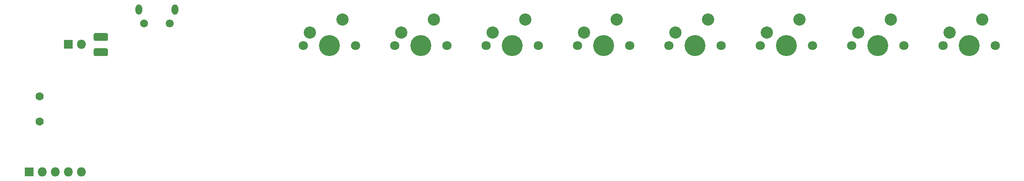
<source format=gbr>
%TF.GenerationSoftware,KiCad,Pcbnew,(5.1.6)-1*%
%TF.CreationDate,2020-12-03T10:32:48+03:00*%
%TF.ProjectId,Handheld graphics device,48616e64-6865-46c6-9420-677261706869,rev?*%
%TF.SameCoordinates,Original*%
%TF.FileFunction,Soldermask,Bot*%
%TF.FilePolarity,Negative*%
%FSLAX46Y46*%
G04 Gerber Fmt 4.6, Leading zero omitted, Abs format (unit mm)*
G04 Created by KiCad (PCBNEW (5.1.6)-1) date 2020-12-03 10:32:48*
%MOMM*%
%LPD*%
G01*
G04 APERTURE LIST*
%ADD10C,1.600000*%
%ADD11O,1.800000X1.800000*%
%ADD12R,1.800000X1.800000*%
%ADD13C,2.386000*%
%ADD14C,4.087800*%
%ADD15C,1.801800*%
%ADD16O,1.300000X2.000000*%
%ADD17C,1.550000*%
G04 APERTURE END LIST*
D10*
%TO.C,Y1*%
X98552000Y-24946000D03*
X98552000Y-20066000D03*
%TD*%
D11*
%TO.C,usb_boot1*%
X106680000Y-9906000D03*
D12*
X104140000Y-9906000D03*
%TD*%
D13*
%TO.C,SW8*%
X281940000Y-5080000D03*
D14*
X279400000Y-10160000D03*
D13*
X275590000Y-7620000D03*
D15*
X284480000Y-10160000D03*
X274320000Y-10160000D03*
%TD*%
D13*
%TO.C,SW7*%
X264160000Y-5080000D03*
D14*
X261620000Y-10160000D03*
D13*
X257810000Y-7620000D03*
D15*
X266700000Y-10160000D03*
X256540000Y-10160000D03*
%TD*%
D13*
%TO.C,SW6*%
X246380000Y-5080000D03*
D14*
X243840000Y-10160000D03*
D13*
X240030000Y-7620000D03*
D15*
X248920000Y-10160000D03*
X238760000Y-10160000D03*
%TD*%
D13*
%TO.C,SW5*%
X228600000Y-5080000D03*
D14*
X226060000Y-10160000D03*
D13*
X222250000Y-7620000D03*
D15*
X231140000Y-10160000D03*
X220980000Y-10160000D03*
%TD*%
D13*
%TO.C,SW4*%
X210820000Y-5080000D03*
D14*
X208280000Y-10160000D03*
D13*
X204470000Y-7620000D03*
D15*
X213360000Y-10160000D03*
X203200000Y-10160000D03*
%TD*%
D13*
%TO.C,SW3*%
X193040000Y-5080000D03*
D14*
X190500000Y-10160000D03*
D13*
X186690000Y-7620000D03*
D15*
X195580000Y-10160000D03*
X185420000Y-10160000D03*
%TD*%
D13*
%TO.C,SW2*%
X175260000Y-5080000D03*
D14*
X172720000Y-10160000D03*
D13*
X168910000Y-7620000D03*
D15*
X177800000Y-10160000D03*
X167640000Y-10160000D03*
%TD*%
D13*
%TO.C,SW1*%
X157480000Y-5080000D03*
D14*
X154940000Y-10160000D03*
D13*
X151130000Y-7620000D03*
D15*
X160020000Y-10160000D03*
X149860000Y-10160000D03*
%TD*%
D11*
%TO.C,J2*%
X106680000Y-34798000D03*
X104140000Y-34798000D03*
X101600000Y-34798000D03*
X99060000Y-34798000D03*
D12*
X96520000Y-34798000D03*
%TD*%
D16*
%TO.C,J1*%
X117912000Y-3080500D03*
X124912000Y-3080500D03*
D17*
X118912000Y-5780500D03*
X123912000Y-5780500D03*
%TD*%
%TO.C,C4*%
G36*
G01*
X111597456Y-9217500D02*
X109382544Y-9217500D01*
G75*
G02*
X109115000Y-8949956I0J267544D01*
G01*
X109115000Y-7960044D01*
G75*
G02*
X109382544Y-7692500I267544J0D01*
G01*
X111597456Y-7692500D01*
G75*
G02*
X111865000Y-7960044I0J-267544D01*
G01*
X111865000Y-8949956D01*
G75*
G02*
X111597456Y-9217500I-267544J0D01*
G01*
G37*
G36*
G01*
X111597456Y-12192500D02*
X109382544Y-12192500D01*
G75*
G02*
X109115000Y-11924956I0J267544D01*
G01*
X109115000Y-10935044D01*
G75*
G02*
X109382544Y-10667500I267544J0D01*
G01*
X111597456Y-10667500D01*
G75*
G02*
X111865000Y-10935044I0J-267544D01*
G01*
X111865000Y-11924956D01*
G75*
G02*
X111597456Y-12192500I-267544J0D01*
G01*
G37*
%TD*%
M02*

</source>
